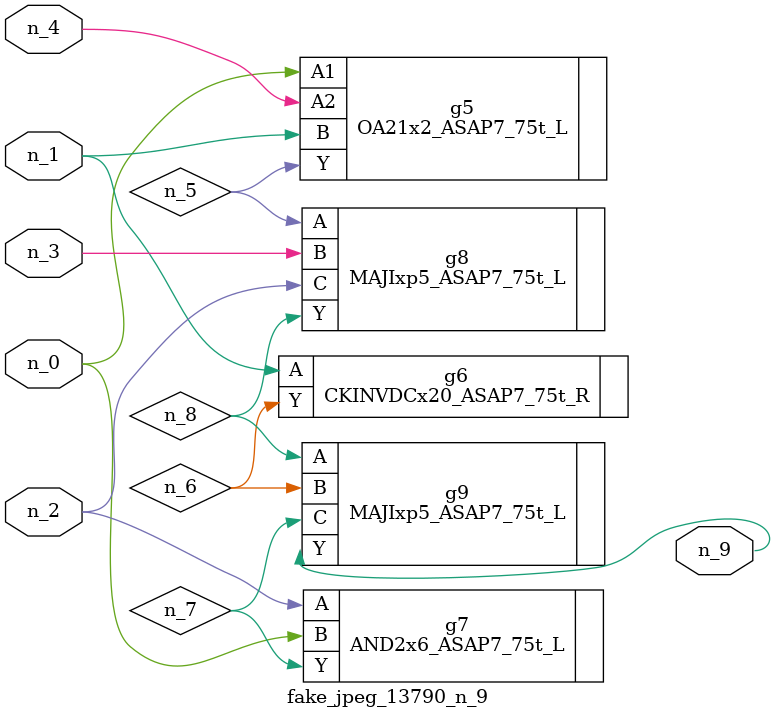
<source format=v>
module fake_jpeg_13790_n_9 (n_3, n_2, n_1, n_0, n_4, n_9);

input n_3;
input n_2;
input n_1;
input n_0;
input n_4;

output n_9;

wire n_8;
wire n_6;
wire n_5;
wire n_7;

OA21x2_ASAP7_75t_L g5 ( 
.A1(n_0),
.A2(n_4),
.B(n_1),
.Y(n_5)
);

CKINVDCx20_ASAP7_75t_R g6 ( 
.A(n_1),
.Y(n_6)
);

AND2x6_ASAP7_75t_L g7 ( 
.A(n_2),
.B(n_0),
.Y(n_7)
);

MAJIxp5_ASAP7_75t_L g8 ( 
.A(n_5),
.B(n_3),
.C(n_2),
.Y(n_8)
);

MAJIxp5_ASAP7_75t_L g9 ( 
.A(n_8),
.B(n_6),
.C(n_7),
.Y(n_9)
);


endmodule
</source>
